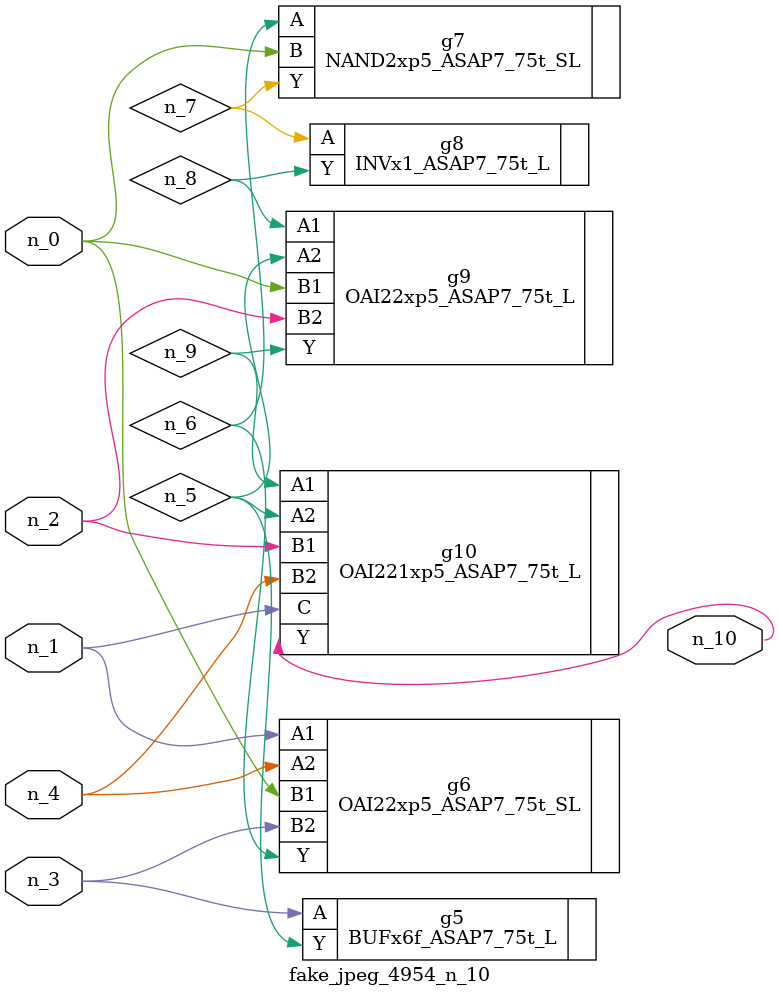
<source format=v>
module fake_jpeg_4954_n_10 (n_3, n_2, n_1, n_0, n_4, n_10);

input n_3;
input n_2;
input n_1;
input n_0;
input n_4;

output n_10;

wire n_8;
wire n_9;
wire n_6;
wire n_5;
wire n_7;

BUFx6f_ASAP7_75t_L g5 ( 
.A(n_3),
.Y(n_5)
);

OAI22xp5_ASAP7_75t_SL g6 ( 
.A1(n_1),
.A2(n_4),
.B1(n_0),
.B2(n_3),
.Y(n_6)
);

NAND2xp5_ASAP7_75t_SL g7 ( 
.A(n_6),
.B(n_0),
.Y(n_7)
);

INVx1_ASAP7_75t_L g8 ( 
.A(n_7),
.Y(n_8)
);

OAI22xp5_ASAP7_75t_L g9 ( 
.A1(n_8),
.A2(n_5),
.B1(n_0),
.B2(n_2),
.Y(n_9)
);

OAI221xp5_ASAP7_75t_L g10 ( 
.A1(n_9),
.A2(n_5),
.B1(n_2),
.B2(n_4),
.C(n_1),
.Y(n_10)
);


endmodule
</source>
